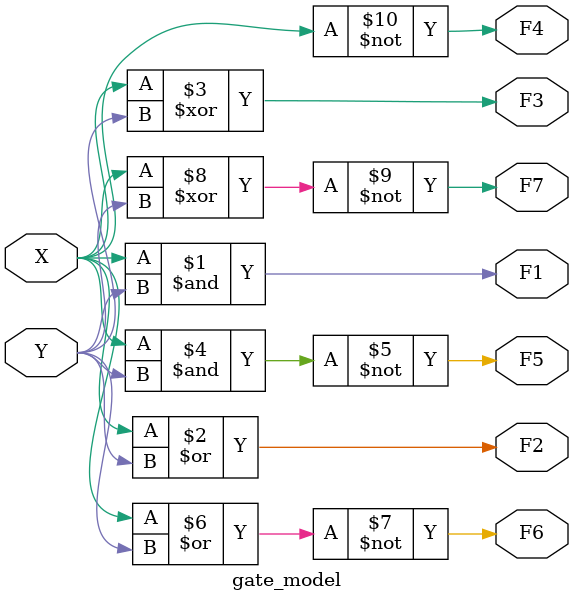
<source format=v>
module gate_model(
    input X,Y,
    output F1,
    output F2,
    output F3,
    output F4,
    output F5,
    output F6,
    output F7);
    
    and AND_1(F1, X,Y);
    or OR_2(F2, X,Y);
    xor XOR_3(F3, X,Y);
    not NOT_4(F4, X);
    nand NAND_5(F5, X,Y);
    nor NOR_6(F6, X,Y);
    xnor XNOR_7(F7, X,Y);
endmodule 

</source>
